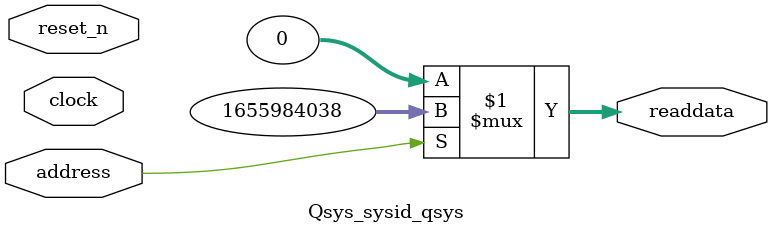
<source format=v>



// synthesis translate_off
`timescale 1ns / 1ps
// synthesis translate_on

// turn off superfluous verilog processor warnings 
// altera message_level Level1 
// altera message_off 10034 10035 10036 10037 10230 10240 10030 

module Qsys_sysid_qsys (
               // inputs:
                address,
                clock,
                reset_n,

               // outputs:
                readdata
             )
;

  output  [ 31: 0] readdata;
  input            address;
  input            clock;
  input            reset_n;

  wire    [ 31: 0] readdata;
  //control_slave, which is an e_avalon_slave
  assign readdata = address ? 1655984038 : 0;

endmodule



</source>
